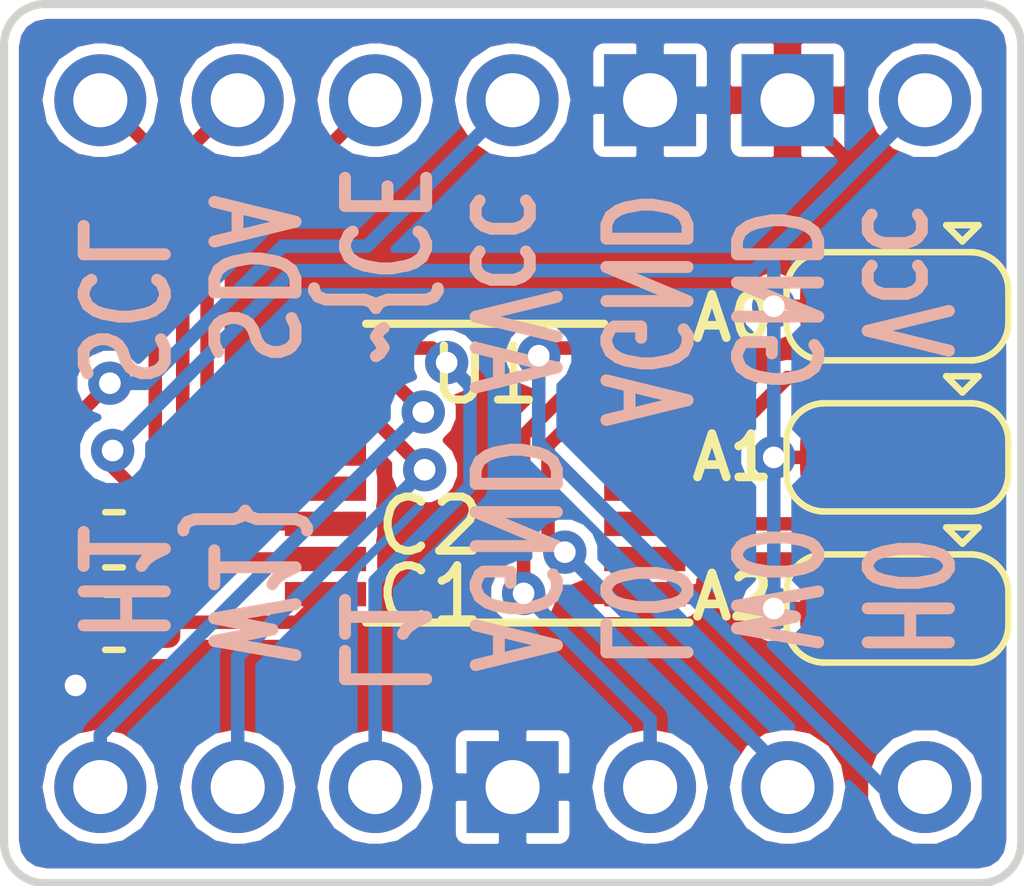
<source format=kicad_pcb>
(kicad_pcb (version 20171130) (host pcbnew 5.0.0)

  (general
    (thickness 1.6)
    (drawings 11)
    (tracks 111)
    (zones 0)
    (modules 8)
    (nets 18)
  )

  (page A4)
  (layers
    (0 F.Cu signal)
    (31 B.Cu signal hide)
    (32 B.Adhes user)
    (33 F.Adhes user)
    (34 B.Paste user)
    (35 F.Paste user)
    (36 B.SilkS user hide)
    (37 F.SilkS user hide)
    (38 B.Mask user)
    (39 F.Mask user)
    (40 Dwgs.User user)
    (41 Cmts.User user)
    (42 Eco1.User user)
    (43 Eco2.User user)
    (44 Edge.Cuts user)
    (45 Margin user)
    (46 B.CrtYd user)
    (47 F.CrtYd user)
    (48 B.Fab user)
    (49 F.Fab user hide)
  )

  (setup
    (last_trace_width 0.16)
    (trace_clearance 0.16)
    (zone_clearance 0.2)
    (zone_45_only no)
    (trace_min 0.16)
    (segment_width 0.2)
    (edge_width 0.15)
    (via_size 0.4)
    (via_drill 0.254)
    (via_min_size 0.4)
    (via_min_drill 0.254)
    (uvia_size 0.3)
    (uvia_drill 0.1)
    (uvias_allowed no)
    (uvia_min_size 0.2)
    (uvia_min_drill 0.1)
    (pcb_text_width 0.3)
    (pcb_text_size 1.5 1.5)
    (mod_edge_width 0.15)
    (mod_text_size 1 1)
    (mod_text_width 0.15)
    (pad_size 1.524 1.524)
    (pad_drill 0.762)
    (pad_to_mask_clearance 0.0508)
    (aux_axis_origin 0 0)
    (visible_elements FFFFFF7F)
    (pcbplotparams
      (layerselection 0x010fc_ffffffff)
      (usegerberextensions false)
      (usegerberattributes false)
      (usegerberadvancedattributes false)
      (creategerberjobfile false)
      (excludeedgelayer true)
      (linewidth 0.100000)
      (plotframeref false)
      (viasonmask false)
      (mode 1)
      (useauxorigin false)
      (hpglpennumber 1)
      (hpglpenspeed 20)
      (hpglpendiameter 15.000000)
      (psnegative false)
      (psa4output false)
      (plotreference true)
      (plotvalue true)
      (plotinvisibletext false)
      (padsonsilk false)
      (subtractmaskfromsilk false)
      (outputformat 1)
      (mirror false)
      (drillshape 0)
      (scaleselection 1)
      (outputdirectory "DS1881E-Breakout"))
  )

  (net 0 "")
  (net 1 /Vcc)
  (net 2 /GND)
  (net 3 /ANAGND)
  (net 4 /ANAVcc)
  (net 5 /SDA)
  (net 6 /SCL)
  (net 7 /H1)
  (net 8 /W1)
  (net 9 /L1)
  (net 10 /L0)
  (net 11 /W0)
  (net 12 /H0)
  (net 13 /~CE)
  (net 14 /A0)
  (net 15 /A1)
  (net 16 /A2)
  (net 17 "Net-(U1-Pad4)")

  (net_class Default "This is the default net class."
    (clearance 0.16)
    (trace_width 0.16)
    (via_dia 0.4)
    (via_drill 0.254)
    (uvia_dia 0.3)
    (uvia_drill 0.1)
    (add_net /A0)
    (add_net /A1)
    (add_net /A2)
    (add_net /ANAGND)
    (add_net /ANAVcc)
    (add_net /GND)
    (add_net /H0)
    (add_net /H1)
    (add_net /L0)
    (add_net /L1)
    (add_net /SCL)
    (add_net /SDA)
    (add_net /Vcc)
    (add_net /W0)
    (add_net /W1)
    (add_net /~CE)
    (add_net "Net-(U1-Pad4)")
  )

  (module Connector_PinHeader_2.54mm:PinHeader_1x07_P2.54mm_Vertical (layer F.Cu) (tedit 5D2291FF) (tstamp 5D243A21)
    (at 33.02 22.86 270)
    (descr "Through hole straight pin header, 1x07, 2.54mm pitch, single row")
    (tags "Through hole pin header THT 1x07 2.54mm single row")
    (path /5D305796)
    (fp_text reference J2 (at 0 -2.33 270) (layer F.SilkS) hide
      (effects (font (size 1 1) (thickness 0.15)))
    )
    (fp_text value Conn_01x07_Male (at 0 17.57 270) (layer F.Fab)
      (effects (font (size 1 1) (thickness 0.15)))
    )
    (fp_line (start -1.8 -1.8) (end -1.8 17.05) (layer F.CrtYd) (width 0.05))
    (fp_line (start -1.8 17.05) (end 1.8 17.05) (layer F.CrtYd) (width 0.05))
    (fp_line (start 1.8 17.05) (end 1.8 -1.8) (layer F.CrtYd) (width 0.05))
    (fp_line (start 1.8 -1.8) (end -1.8 -1.8) (layer F.CrtYd) (width 0.05))
    (fp_text user %R (at 0 7.62) (layer F.Fab)
      (effects (font (size 1 1) (thickness 0.15)))
    )
    (pad 1 thru_hole circle (at 0 0 270) (size 1.7 1.7) (drill 1) (layers *.Cu *.Mask)
      (net 1 /Vcc))
    (pad 2 thru_hole rect (at 0 2.54 270) (size 1.7 1.7) (drill 1) (layers *.Cu *.Mask)
      (net 2 /GND))
    (pad 3 thru_hole rect (at 0 5.08 270) (size 1.7 1.7) (drill 1) (layers *.Cu *.Mask)
      (net 3 /ANAGND))
    (pad 4 thru_hole oval (at 0 7.62 270) (size 1.7 1.7) (drill 1) (layers *.Cu *.Mask)
      (net 4 /ANAVcc))
    (pad 5 thru_hole oval (at 0 10.16 270) (size 1.7 1.7) (drill 1) (layers *.Cu *.Mask)
      (net 13 /~CE))
    (pad 6 thru_hole oval (at 0 12.7 270) (size 1.7 1.7) (drill 1) (layers *.Cu *.Mask)
      (net 5 /SDA))
    (pad 7 thru_hole oval (at 0 15.24 270) (size 1.7 1.7) (drill 1) (layers *.Cu *.Mask)
      (net 6 /SCL))
    (model ${KISYS3DMOD}/Connector_PinHeader_2.54mm.3dshapes/PinHeader_1x07_P2.54mm_Vertical.wrl
      (at (xyz 0 0 0))
      (scale (xyz 1 1 1))
      (rotate (xyz 0 0 0))
    )
  )

  (module Connector_PinHeader_2.54mm:PinHeader_1x07_P2.54mm_Vertical (layer F.Cu) (tedit 5D2291C1) (tstamp 5D243A06)
    (at 33.02 35.56 270)
    (descr "Through hole straight pin header, 1x07, 2.54mm pitch, single row")
    (tags "Through hole pin header THT 1x07 2.54mm single row")
    (path /5D305B05)
    (fp_text reference J1 (at 0 -2.33 270) (layer F.SilkS) hide
      (effects (font (size 1 1) (thickness 0.15)))
    )
    (fp_text value Conn_01x07_Male (at 0 17.57 270) (layer F.Fab)
      (effects (font (size 1 1) (thickness 0.15)))
    )
    (fp_text user %R (at 0 7.62) (layer F.Fab)
      (effects (font (size 1 1) (thickness 0.15)))
    )
    (fp_line (start 1.8 -1.8) (end -1.8 -1.8) (layer F.CrtYd) (width 0.05))
    (fp_line (start 1.8 17.05) (end 1.8 -1.8) (layer F.CrtYd) (width 0.05))
    (fp_line (start -1.8 17.05) (end 1.8 17.05) (layer F.CrtYd) (width 0.05))
    (fp_line (start -1.8 -1.8) (end -1.8 17.05) (layer F.CrtYd) (width 0.05))
    (pad 7 thru_hole oval (at 0 15.24 270) (size 1.7 1.7) (drill 1) (layers *.Cu *.Mask)
      (net 7 /H1))
    (pad 6 thru_hole oval (at 0 12.7 270) (size 1.7 1.7) (drill 1) (layers *.Cu *.Mask)
      (net 8 /W1))
    (pad 5 thru_hole oval (at 0 10.16 270) (size 1.7 1.7) (drill 1) (layers *.Cu *.Mask)
      (net 9 /L1))
    (pad 4 thru_hole rect (at 0 7.62 270) (size 1.7 1.7) (drill 1) (layers *.Cu *.Mask)
      (net 3 /ANAGND))
    (pad 3 thru_hole oval (at 0 5.08 270) (size 1.7 1.7) (drill 1) (layers *.Cu *.Mask)
      (net 10 /L0))
    (pad 2 thru_hole oval (at 0 2.54 270) (size 1.7 1.7) (drill 1) (layers *.Cu *.Mask)
      (net 11 /W0))
    (pad 1 thru_hole circle (at 0 0 270) (size 1.7 1.7) (drill 1) (layers *.Cu *.Mask)
      (net 12 /H0))
    (model ${KISYS3DMOD}/Connector_PinHeader_2.54mm.3dshapes/PinHeader_1x07_P2.54mm_Vertical.wrl
      (at (xyz 0 0 0))
      (scale (xyz 1 1 1))
      (rotate (xyz 0 0 0))
    )
  )

  (module Capacitor_SMD:C_0603_1608Metric (layer F.Cu) (tedit 5D22901F) (tstamp 5D2439DA)
    (at 18.034 32.512 180)
    (descr "Capacitor SMD 0603 (1608 Metric), square (rectangular) end terminal, IPC_7351 nominal, (Body size source: http://www.tortai-tech.com/upload/download/2011102023233369053.pdf), generated with kicad-footprint-generator")
    (tags capacitor)
    (path /5D1C4E25)
    (attr smd)
    (fp_text reference C1 (at -5.842 0.508 180) (layer F.SilkS)
      (effects (font (size 1 1) (thickness 0.15)))
    )
    (fp_text value 1uF (at 0 1.43 180) (layer F.Fab)
      (effects (font (size 1 1) (thickness 0.15)))
    )
    (fp_line (start -0.8 0.4) (end -0.8 -0.4) (layer F.Fab) (width 0.1))
    (fp_line (start -0.8 -0.4) (end 0.8 -0.4) (layer F.Fab) (width 0.1))
    (fp_line (start 0.8 -0.4) (end 0.8 0.4) (layer F.Fab) (width 0.1))
    (fp_line (start 0.8 0.4) (end -0.8 0.4) (layer F.Fab) (width 0.1))
    (fp_line (start -0.162779 -0.51) (end 0.162779 -0.51) (layer F.SilkS) (width 0.12))
    (fp_line (start -0.162779 0.51) (end 0.162779 0.51) (layer F.SilkS) (width 0.12))
    (fp_line (start -1.48 0.73) (end -1.48 -0.73) (layer F.CrtYd) (width 0.05))
    (fp_line (start -1.48 -0.73) (end 1.48 -0.73) (layer F.CrtYd) (width 0.05))
    (fp_line (start 1.48 -0.73) (end 1.48 0.73) (layer F.CrtYd) (width 0.05))
    (fp_line (start 1.48 0.73) (end -1.48 0.73) (layer F.CrtYd) (width 0.05))
    (fp_text user %R (at 0 0 180) (layer F.Fab)
      (effects (font (size 0.4 0.4) (thickness 0.06)))
    )
    (pad 1 smd roundrect (at -0.7875 0 180) (size 0.875 0.95) (layers F.Cu F.Paste F.Mask) (roundrect_rratio 0.25)
      (net 4 /ANAVcc))
    (pad 2 smd roundrect (at 0.7875 0 180) (size 0.875 0.95) (layers F.Cu F.Paste F.Mask) (roundrect_rratio 0.25)
      (net 3 /ANAGND))
    (model ${KISYS3DMOD}/Capacitor_SMD.3dshapes/C_0603_1608Metric.wrl
      (at (xyz 0 0 0))
      (scale (xyz 1 1 1))
      (rotate (xyz 0 0 0))
    )
  )

  (module Capacitor_SMD:C_0603_1608Metric (layer F.Cu) (tedit 5D22901D) (tstamp 5D2439EB)
    (at 18.034 30.988 180)
    (descr "Capacitor SMD 0603 (1608 Metric), square (rectangular) end terminal, IPC_7351 nominal, (Body size source: http://www.tortai-tech.com/upload/download/2011102023233369053.pdf), generated with kicad-footprint-generator")
    (tags capacitor)
    (path /5D1C4E71)
    (attr smd)
    (fp_text reference C2 (at -5.842 0.254 180) (layer F.SilkS)
      (effects (font (size 1 1) (thickness 0.15)))
    )
    (fp_text value 1uF (at 0 1.43 180) (layer F.Fab)
      (effects (font (size 1 1) (thickness 0.15)))
    )
    (fp_text user %R (at 0 0 180) (layer F.Fab)
      (effects (font (size 0.4 0.4) (thickness 0.06)))
    )
    (fp_line (start 1.48 0.73) (end -1.48 0.73) (layer F.CrtYd) (width 0.05))
    (fp_line (start 1.48 -0.73) (end 1.48 0.73) (layer F.CrtYd) (width 0.05))
    (fp_line (start -1.48 -0.73) (end 1.48 -0.73) (layer F.CrtYd) (width 0.05))
    (fp_line (start -1.48 0.73) (end -1.48 -0.73) (layer F.CrtYd) (width 0.05))
    (fp_line (start -0.162779 0.51) (end 0.162779 0.51) (layer F.SilkS) (width 0.12))
    (fp_line (start -0.162779 -0.51) (end 0.162779 -0.51) (layer F.SilkS) (width 0.12))
    (fp_line (start 0.8 0.4) (end -0.8 0.4) (layer F.Fab) (width 0.1))
    (fp_line (start 0.8 -0.4) (end 0.8 0.4) (layer F.Fab) (width 0.1))
    (fp_line (start -0.8 -0.4) (end 0.8 -0.4) (layer F.Fab) (width 0.1))
    (fp_line (start -0.8 0.4) (end -0.8 -0.4) (layer F.Fab) (width 0.1))
    (pad 2 smd roundrect (at 0.7875 0 180) (size 0.875 0.95) (layers F.Cu F.Paste F.Mask) (roundrect_rratio 0.25)
      (net 2 /GND))
    (pad 1 smd roundrect (at -0.7875 0 180) (size 0.875 0.95) (layers F.Cu F.Paste F.Mask) (roundrect_rratio 0.25)
      (net 1 /Vcc))
    (model ${KISYS3DMOD}/Capacitor_SMD.3dshapes/C_0603_1608Metric.wrl
      (at (xyz 0 0 0))
      (scale (xyz 1 1 1))
      (rotate (xyz 0 0 0))
    )
  )

  (module Jumper:SolderJumper-3_P1.3mm_Bridged12_RoundedPad1.0x1.5mm (layer F.Cu) (tedit 5D22921B) (tstamp 5D243A37)
    (at 32.512 26.67 180)
    (descr "SMD Solder 3-pad Jumper, 1x1.5mm rounded Pads, 0.3mm gap, pads 1-2 bridged with 1 copper strip")
    (tags "solder jumper open")
    (path /5D304E20)
    (attr virtual)
    (fp_text reference J3 (at 3.175 0 180) (layer F.SilkS) hide
      (effects (font (size 1 1) (thickness 0.15)))
    )
    (fp_text value Conn_01x03_Male (at 0 1.9 180) (layer F.Fab)
      (effects (font (size 1 1) (thickness 0.15)))
    )
    (fp_arc (start -1.35 -0.3) (end -1.35 -1) (angle -90) (layer F.SilkS) (width 0.12))
    (fp_arc (start -1.35 0.3) (end -2.05 0.3) (angle -90) (layer F.SilkS) (width 0.12))
    (fp_arc (start 1.35 0.3) (end 1.35 1) (angle -90) (layer F.SilkS) (width 0.12))
    (fp_arc (start 1.35 -0.3) (end 2.05 -0.3) (angle -90) (layer F.SilkS) (width 0.12))
    (fp_line (start 2.3 1.25) (end -2.3 1.25) (layer F.CrtYd) (width 0.05))
    (fp_line (start 2.3 1.25) (end 2.3 -1.25) (layer F.CrtYd) (width 0.05))
    (fp_line (start -2.3 -1.25) (end -2.3 1.25) (layer F.CrtYd) (width 0.05))
    (fp_line (start -2.3 -1.25) (end 2.3 -1.25) (layer F.CrtYd) (width 0.05))
    (fp_line (start -1.4 -1) (end 1.4 -1) (layer F.SilkS) (width 0.12))
    (fp_line (start 2.05 -0.3) (end 2.05 0.3) (layer F.SilkS) (width 0.12))
    (fp_line (start 1.4 1) (end -1.4 1) (layer F.SilkS) (width 0.12))
    (fp_line (start -2.05 0.3) (end -2.05 -0.3) (layer F.SilkS) (width 0.12))
    (fp_line (start -1.2 1.2) (end -1.5 1.5) (layer F.SilkS) (width 0.12))
    (fp_line (start -1.5 1.5) (end -0.9 1.5) (layer F.SilkS) (width 0.12))
    (fp_line (start -1.2 1.2) (end -0.9 1.5) (layer F.SilkS) (width 0.12))
    (pad 2 smd rect (at 0 0 180) (size 1 1.5) (layers F.Cu F.Mask)
      (net 14 /A0))
    (pad 3 smd custom (at 1.3 0 180) (size 1 0.5) (layers F.Cu F.Mask)
      (net 1 /Vcc) (zone_connect 0)
      (options (clearance outline) (anchor rect))
      (primitives
        (gr_circle (center 0 0.25) (end 0.5 0.25) (width 0))
        (gr_circle (center 0 -0.25) (end 0.5 -0.25) (width 0))
        (gr_poly (pts
           (xy -0.55 -0.75) (xy 0 -0.75) (xy 0 0.75) (xy -0.55 0.75)) (width 0))
      ))
    (pad 1 smd custom (at -1.3 0 180) (size 1 0.5) (layers F.Cu F.Mask)
      (net 2 /GND) (zone_connect 0)
      (options (clearance outline) (anchor rect))
      (primitives
        (gr_circle (center 0 0.25) (end 0.5 0.25) (width 0))
        (gr_circle (center 0 -0.25) (end 0.5 -0.25) (width 0))
        (gr_poly (pts
           (xy 0.55 -0.75) (xy 0 -0.75) (xy 0 0.75) (xy 0.55 0.75)) (width 0))
        (gr_poly (pts
           (xy 0.4 -0.3) (xy 0.9 -0.3) (xy 0.9 0.3) (xy 0.4 0.3)) (width 0))
      ))
  )

  (module Jumper:SolderJumper-3_P1.3mm_Bridged12_RoundedPad1.0x1.5mm (layer F.Cu) (tedit 5D22921E) (tstamp 5D243A4D)
    (at 32.512 29.464 180)
    (descr "SMD Solder 3-pad Jumper, 1x1.5mm rounded Pads, 0.3mm gap, pads 1-2 bridged with 1 copper strip")
    (tags "solder jumper open")
    (path /5D304CB1)
    (attr virtual)
    (fp_text reference J4 (at 3.048 0 180) (layer F.SilkS) hide
      (effects (font (size 1 1) (thickness 0.15)))
    )
    (fp_text value Conn_01x03_Male (at 0 1.9 180) (layer F.Fab)
      (effects (font (size 1 1) (thickness 0.15)))
    )
    (fp_line (start -1.2 1.2) (end -0.9 1.5) (layer F.SilkS) (width 0.12))
    (fp_line (start -1.5 1.5) (end -0.9 1.5) (layer F.SilkS) (width 0.12))
    (fp_line (start -1.2 1.2) (end -1.5 1.5) (layer F.SilkS) (width 0.12))
    (fp_line (start -2.05 0.3) (end -2.05 -0.3) (layer F.SilkS) (width 0.12))
    (fp_line (start 1.4 1) (end -1.4 1) (layer F.SilkS) (width 0.12))
    (fp_line (start 2.05 -0.3) (end 2.05 0.3) (layer F.SilkS) (width 0.12))
    (fp_line (start -1.4 -1) (end 1.4 -1) (layer F.SilkS) (width 0.12))
    (fp_line (start -2.3 -1.25) (end 2.3 -1.25) (layer F.CrtYd) (width 0.05))
    (fp_line (start -2.3 -1.25) (end -2.3 1.25) (layer F.CrtYd) (width 0.05))
    (fp_line (start 2.3 1.25) (end 2.3 -1.25) (layer F.CrtYd) (width 0.05))
    (fp_line (start 2.3 1.25) (end -2.3 1.25) (layer F.CrtYd) (width 0.05))
    (fp_arc (start 1.35 -0.3) (end 2.05 -0.3) (angle -90) (layer F.SilkS) (width 0.12))
    (fp_arc (start 1.35 0.3) (end 1.35 1) (angle -90) (layer F.SilkS) (width 0.12))
    (fp_arc (start -1.35 0.3) (end -2.05 0.3) (angle -90) (layer F.SilkS) (width 0.12))
    (fp_arc (start -1.35 -0.3) (end -1.35 -1) (angle -90) (layer F.SilkS) (width 0.12))
    (pad 1 smd custom (at -1.3 0 180) (size 1 0.5) (layers F.Cu F.Mask)
      (net 2 /GND) (zone_connect 0)
      (options (clearance outline) (anchor rect))
      (primitives
        (gr_circle (center 0 0.25) (end 0.5 0.25) (width 0))
        (gr_circle (center 0 -0.25) (end 0.5 -0.25) (width 0))
        (gr_poly (pts
           (xy 0.55 -0.75) (xy 0 -0.75) (xy 0 0.75) (xy 0.55 0.75)) (width 0))
        (gr_poly (pts
           (xy 0.4 -0.3) (xy 0.9 -0.3) (xy 0.9 0.3) (xy 0.4 0.3)) (width 0))
      ))
    (pad 3 smd custom (at 1.3 0 180) (size 1 0.5) (layers F.Cu F.Mask)
      (net 1 /Vcc) (zone_connect 0)
      (options (clearance outline) (anchor rect))
      (primitives
        (gr_circle (center 0 0.25) (end 0.5 0.25) (width 0))
        (gr_circle (center 0 -0.25) (end 0.5 -0.25) (width 0))
        (gr_poly (pts
           (xy -0.55 -0.75) (xy 0 -0.75) (xy 0 0.75) (xy -0.55 0.75)) (width 0))
      ))
    (pad 2 smd rect (at 0 0 180) (size 1 1.5) (layers F.Cu F.Mask)
      (net 15 /A1))
  )

  (module Jumper:SolderJumper-3_P1.3mm_Bridged12_RoundedPad1.0x1.5mm (layer F.Cu) (tedit 5D229221) (tstamp 5D243A63)
    (at 32.512 32.258 180)
    (descr "SMD Solder 3-pad Jumper, 1x1.5mm rounded Pads, 0.3mm gap, pads 1-2 bridged with 1 copper strip")
    (tags "solder jumper open")
    (path /5D304DDC)
    (attr virtual)
    (fp_text reference J5 (at 3.429 0.127 180) (layer F.SilkS) hide
      (effects (font (size 1 1) (thickness 0.15)))
    )
    (fp_text value Conn_01x03_Male (at 0 1.9 180) (layer F.Fab)
      (effects (font (size 1 1) (thickness 0.15)))
    )
    (fp_arc (start -1.35 -0.3) (end -1.35 -1) (angle -90) (layer F.SilkS) (width 0.12))
    (fp_arc (start -1.35 0.3) (end -2.05 0.3) (angle -90) (layer F.SilkS) (width 0.12))
    (fp_arc (start 1.35 0.3) (end 1.35 1) (angle -90) (layer F.SilkS) (width 0.12))
    (fp_arc (start 1.35 -0.3) (end 2.05 -0.3) (angle -90) (layer F.SilkS) (width 0.12))
    (fp_line (start 2.3 1.25) (end -2.3 1.25) (layer F.CrtYd) (width 0.05))
    (fp_line (start 2.3 1.25) (end 2.3 -1.25) (layer F.CrtYd) (width 0.05))
    (fp_line (start -2.3 -1.25) (end -2.3 1.25) (layer F.CrtYd) (width 0.05))
    (fp_line (start -2.3 -1.25) (end 2.3 -1.25) (layer F.CrtYd) (width 0.05))
    (fp_line (start -1.4 -1) (end 1.4 -1) (layer F.SilkS) (width 0.12))
    (fp_line (start 2.05 -0.3) (end 2.05 0.3) (layer F.SilkS) (width 0.12))
    (fp_line (start 1.4 1) (end -1.4 1) (layer F.SilkS) (width 0.12))
    (fp_line (start -2.05 0.3) (end -2.05 -0.3) (layer F.SilkS) (width 0.12))
    (fp_line (start -1.2 1.2) (end -1.5 1.5) (layer F.SilkS) (width 0.12))
    (fp_line (start -1.5 1.5) (end -0.9 1.5) (layer F.SilkS) (width 0.12))
    (fp_line (start -1.2 1.2) (end -0.9 1.5) (layer F.SilkS) (width 0.12))
    (pad 2 smd rect (at 0 0 180) (size 1 1.5) (layers F.Cu F.Mask)
      (net 16 /A2))
    (pad 3 smd custom (at 1.3 0 180) (size 1 0.5) (layers F.Cu F.Mask)
      (net 1 /Vcc) (zone_connect 0)
      (options (clearance outline) (anchor rect))
      (primitives
        (gr_circle (center 0 0.25) (end 0.5 0.25) (width 0))
        (gr_circle (center 0 -0.25) (end 0.5 -0.25) (width 0))
        (gr_poly (pts
           (xy -0.55 -0.75) (xy 0 -0.75) (xy 0 0.75) (xy -0.55 0.75)) (width 0))
      ))
    (pad 1 smd custom (at -1.3 0 180) (size 1 0.5) (layers F.Cu F.Mask)
      (net 2 /GND) (zone_connect 0)
      (options (clearance outline) (anchor rect))
      (primitives
        (gr_circle (center 0 0.25) (end 0.5 0.25) (width 0))
        (gr_circle (center 0 -0.25) (end 0.5 -0.25) (width 0))
        (gr_poly (pts
           (xy 0.55 -0.75) (xy 0 -0.75) (xy 0 0.75) (xy 0.55 0.75)) (width 0))
        (gr_poly (pts
           (xy 0.4 -0.3) (xy 0.9 -0.3) (xy 0.9 0.3) (xy 0.4 0.3)) (width 0))
      ))
  )

  (module Package_SO:TSSOP-16_4.4x5mm_P0.65mm (layer F.Cu) (tedit 5D229019) (tstamp 5D243A83)
    (at 24.892 29.718 180)
    (descr "16-Lead Plastic Thin Shrink Small Outline (ST)-4.4 mm Body [TSSOP] (see Microchip Packaging Specification 00000049BS.pdf)")
    (tags "SSOP 0.65")
    (path /5D25C00E)
    (attr smd)
    (fp_text reference U1 (at 0 1.778 180) (layer F.SilkS)
      (effects (font (size 1 1) (thickness 0.15)))
    )
    (fp_text value DS1881E-050+ (at 0 3.55 180) (layer F.Fab)
      (effects (font (size 1 1) (thickness 0.15)))
    )
    (fp_line (start -1.2 -2.5) (end 2.2 -2.5) (layer F.Fab) (width 0.15))
    (fp_line (start 2.2 -2.5) (end 2.2 2.5) (layer F.Fab) (width 0.15))
    (fp_line (start 2.2 2.5) (end -2.2 2.5) (layer F.Fab) (width 0.15))
    (fp_line (start -2.2 2.5) (end -2.2 -1.5) (layer F.Fab) (width 0.15))
    (fp_line (start -2.2 -1.5) (end -1.2 -2.5) (layer F.Fab) (width 0.15))
    (fp_line (start -3.95 -2.9) (end -3.95 2.8) (layer F.CrtYd) (width 0.05))
    (fp_line (start 3.95 -2.9) (end 3.95 2.8) (layer F.CrtYd) (width 0.05))
    (fp_line (start -3.95 -2.9) (end 3.95 -2.9) (layer F.CrtYd) (width 0.05))
    (fp_line (start -3.95 2.8) (end 3.95 2.8) (layer F.CrtYd) (width 0.05))
    (fp_line (start -2.2 2.725) (end 2.2 2.725) (layer F.SilkS) (width 0.15))
    (fp_line (start -3.775 -2.8) (end 2.2 -2.8) (layer F.SilkS) (width 0.15))
    (fp_text user %R (at 0 0 180) (layer F.Fab)
      (effects (font (size 0.8 0.8) (thickness 0.15)))
    )
    (pad 1 smd rect (at -2.95 -2.275 180) (size 1.5 0.45) (layers F.Cu F.Paste F.Mask)
      (net 2 /GND))
    (pad 2 smd rect (at -2.95 -1.625 180) (size 1.5 0.45) (layers F.Cu F.Paste F.Mask)
      (net 16 /A2))
    (pad 3 smd rect (at -2.95 -0.975 180) (size 1.5 0.45) (layers F.Cu F.Paste F.Mask)
      (net 15 /A1))
    (pad 4 smd rect (at -2.95 -0.325 180) (size 1.5 0.45) (layers F.Cu F.Paste F.Mask)
      (net 17 "Net-(U1-Pad4)"))
    (pad 5 smd rect (at -2.95 0.325 180) (size 1.5 0.45) (layers F.Cu F.Paste F.Mask)
      (net 14 /A0))
    (pad 6 smd rect (at -2.95 0.975 180) (size 1.5 0.45) (layers F.Cu F.Paste F.Mask)
      (net 11 /W0))
    (pad 7 smd rect (at -2.95 1.625 180) (size 1.5 0.45) (layers F.Cu F.Paste F.Mask)
      (net 10 /L0))
    (pad 8 smd rect (at -2.95 2.275 180) (size 1.5 0.45) (layers F.Cu F.Paste F.Mask)
      (net 12 /H0))
    (pad 9 smd rect (at 2.95 2.275 180) (size 1.5 0.45) (layers F.Cu F.Paste F.Mask)
      (net 9 /L1))
    (pad 10 smd rect (at 2.95 1.625 180) (size 1.5 0.45) (layers F.Cu F.Paste F.Mask)
      (net 7 /H1))
    (pad 11 smd rect (at 2.95 0.975 180) (size 1.5 0.45) (layers F.Cu F.Paste F.Mask)
      (net 8 /W1))
    (pad 12 smd rect (at 2.95 0.325 180) (size 1.5 0.45) (layers F.Cu F.Paste F.Mask)
      (net 13 /~CE))
    (pad 13 smd rect (at 2.95 -0.325 180) (size 1.5 0.45) (layers F.Cu F.Paste F.Mask)
      (net 5 /SDA))
    (pad 14 smd rect (at 2.95 -0.975 180) (size 1.5 0.45) (layers F.Cu F.Paste F.Mask)
      (net 6 /SCL))
    (pad 15 smd rect (at 2.95 -1.625 180) (size 1.5 0.45) (layers F.Cu F.Paste F.Mask)
      (net 1 /Vcc))
    (pad 16 smd rect (at 2.95 -2.275 180) (size 1.5 0.45) (layers F.Cu F.Paste F.Mask)
      (net 4 /ANAVcc))
    (model ${KISYS3DMOD}/Package_SO.3dshapes/TSSOP-16_4.4x5mm_P0.65mm.wrl
      (at (xyz 0 0 0))
      (scale (xyz 1 1 1))
      (rotate (xyz 0 0 0))
    )
  )

  (gr_text DS1881E-050+ (at 28.1686 24.9428) (layer F.Mask)
    (effects (font (size 1 1) (thickness 0.2)))
  )
  (gr_text "H0    Vcc\nW0   GND\nL0   AGND\nAGND AVcc\nL1     ~CE\nW1   SDA\nH1   SCL" (at 25.4 28.956 270) (layer B.SilkS)
    (effects (font (size 1.5 1.1) (thickness 0.22)) (justify mirror))
  )
  (gr_text "A0\n\nA1\n\nA2" (at 29.464 29.464) (layer F.SilkS)
    (effects (font (size 0.8 0.8) (thickness 0.16)))
  )
  (gr_line (start 16.002 36.576) (end 16.002 21.844) (angle 90) (layer Edge.Cuts) (width 0.15))
  (gr_line (start 34.036 37.338) (end 16.764 37.338) (angle 90) (layer Edge.Cuts) (width 0.15))
  (gr_line (start 34.798 21.844) (end 34.798 36.576) (angle 90) (layer Edge.Cuts) (width 0.15))
  (gr_line (start 16.764 21.082) (end 34.036 21.082) (angle 90) (layer Edge.Cuts) (width 0.15))
  (gr_arc (start 16.764 21.844) (end 16.002 21.844) (angle 90) (layer Edge.Cuts) (width 0.15))
  (gr_arc (start 34.036 21.844) (end 34.036 21.082) (angle 90) (layer Edge.Cuts) (width 0.15))
  (gr_arc (start 16.764 36.576) (end 16.764 37.338) (angle 90) (layer Edge.Cuts) (width 0.15))
  (gr_arc (start 34.036 36.576) (end 34.798 36.576) (angle 90) (layer Edge.Cuts) (width 0.15))

  (segment (start 21.942 31.343) (end 19.1765 31.343) (width 0.25) (layer F.Cu) (net 1) (status C00000))
  (segment (start 19.1765 31.343) (end 18.8215 30.988) (width 0.25) (layer F.Cu) (net 1) (tstamp 5D2521A0) (status C00000))
  (segment (start 18.8215 30.988) (end 18.8215 30.4547) (width 0.25) (layer F.Cu) (net 1) (status 400000))
  (segment (start 18.8215 30.4547) (end 18.0086 29.6418) (width 0.25) (layer F.Cu) (net 1) (tstamp 5D252289))
  (segment (start 18.0086 29.6418) (end 18.0086 29.337) (width 0.25) (layer F.Cu) (net 1) (tstamp 5D25228A))
  (via (at 18.0086 29.337) (size 0.8) (drill 0.4) (layers F.Cu B.Cu) (net 1))
  (segment (start 18.0086 29.337) (end 21.336 26.0096) (width 0.25) (layer B.Cu) (net 1) (tstamp 5D25228C))
  (segment (start 21.336 26.0096) (end 29.8704 26.0096) (width 0.25) (layer B.Cu) (net 1) (tstamp 5D25228D))
  (segment (start 29.8704 26.0096) (end 30.099 25.781) (width 0.25) (layer B.Cu) (net 1) (tstamp 5D25228F))
  (segment (start 30.099 25.781) (end 33.02 22.86) (width 0.25) (layer B.Cu) (net 1) (tstamp 5D25299E) (status 800000))
  (segment (start 31.212 32.258) (end 30.226 32.258) (width 0.25) (layer F.Cu) (net 1) (status 400000))
  (segment (start 30.226 32.258) (end 30.226 29.464) (width 0.25) (layer B.Cu) (net 1))
  (via (at 30.226 32.258) (size 0.8) (drill 0.4) (layers F.Cu B.Cu) (net 1))
  (segment (start 31.212 29.464) (end 30.226 29.464) (width 0.25) (layer F.Cu) (net 1) (status 400000))
  (via (at 30.226 29.464) (size 0.8) (drill 0.4) (layers F.Cu B.Cu) (net 1))
  (segment (start 31.212 26.67) (end 30.226 26.67) (width 0.25) (layer F.Cu) (net 1) (status 400000))
  (via (at 30.226 26.67) (size 0.8) (drill 0.4) (layers F.Cu B.Cu) (net 1))
  (segment (start 30.226 29.464) (end 30.226 26.67) (width 0.25) (layer B.Cu) (net 1) (tstamp 5D252998))
  (segment (start 30.226 26.67) (end 30.226 25.908) (width 0.25) (layer B.Cu) (net 1))
  (segment (start 30.226 25.908) (end 30.099 25.781) (width 0.25) (layer B.Cu) (net 1) (tstamp 5D25299B))
  (segment (start 33.812 32.258) (end 33.812 29.464) (width 0.25) (layer F.Cu) (net 2) (status C00000))
  (segment (start 33.812 29.464) (end 33.812 26.67) (width 0.25) (layer F.Cu) (net 2) (tstamp 5D252992) (status C00000))
  (segment (start 33.812 26.67) (end 33.4264 26.2844) (width 0.25) (layer F.Cu) (net 2) (tstamp 5D252993) (status C00000))
  (segment (start 33.4264 26.2844) (end 33.4264 25.8064) (width 0.25) (layer F.Cu) (net 2) (tstamp 5D252994) (status 400000))
  (segment (start 33.4264 25.8064) (end 30.48 22.86) (width 0.25) (layer F.Cu) (net 2) (tstamp 5D252995) (status 800000))
  (segment (start 17.2465 32.512) (end 17.2465 33.6041) (width 0.25) (layer F.Cu) (net 3) (status 400000))
  (via (at 17.3228 33.6804) (size 0.8) (drill 0.4) (layers F.Cu B.Cu) (net 3))
  (segment (start 17.2465 33.6041) (end 17.3228 33.6804) (width 0.25) (layer F.Cu) (net 3) (tstamp 5D25229B))
  (segment (start 18.8215 32.512) (end 21.423 32.512) (width 0.25) (layer F.Cu) (net 4) (status 400000))
  (segment (start 21.423 32.512) (end 21.942 31.993) (width 0.25) (layer F.Cu) (net 4) (tstamp 5D25219D) (status 800000))
  (segment (start 18.8215 32.512) (end 18.8214 32.512) (width 0.25) (layer F.Cu) (net 4) (status C00000))
  (segment (start 18.034 31.7246) (end 18.034 30.48) (width 0.25) (layer F.Cu) (net 4) (tstamp 5D252283))
  (segment (start 18.8215 32.512) (end 18.8214 32.512) (width 0.25) (layer F.Cu) (net 4) (status C00000))
  (segment (start 18.8214 32.512) (end 18.034 31.7246) (width 0.25) (layer F.Cu) (net 4) (tstamp 5D2522CB) (status 400000))
  (segment (start 18.034 31.7246) (end 18.034 30.48) (width 0.25) (layer F.Cu) (net 4) (tstamp 5D2522CC))
  (segment (start 18.034 30.48) (end 17.272 29.718) (width 0.25) (layer F.Cu) (net 4) (tstamp 5D2522CD))
  (segment (start 17.272 29.718) (end 17.272 28.7782) (width 0.25) (layer F.Cu) (net 4) (tstamp 5D2522CE))
  (segment (start 17.272 28.7782) (end 17.9578 28.0924) (width 0.25) (layer F.Cu) (net 4) (tstamp 5D2522CF))
  (via (at 17.9578 28.0924) (size 0.8) (drill 0.4) (layers F.Cu B.Cu) (net 4))
  (segment (start 17.9578 28.0924) (end 18.616802 28.0924) (width 0.25) (layer B.Cu) (net 4))
  (segment (start 25.4 22.86) (end 25.4 22.867198) (width 0.25) (layer B.Cu) (net 4) (status C00000))
  (segment (start 21.149604 25.559598) (end 18.616802 28.0924) (width 0.25) (layer B.Cu) (net 4) (tstamp 5D2522E8))
  (segment (start 22.7076 25.559598) (end 21.149604 25.559598) (width 0.25) (layer B.Cu) (net 4) (tstamp 5D2522E7))
  (segment (start 25.4 22.867198) (end 22.7076 25.559598) (width 0.25) (layer B.Cu) (net 4) (tstamp 5D2522E6) (status 400000))
  (segment (start 18.616802 28.0924) (end 17.9578 28.0924) (width 0.25) (layer B.Cu) (net 4) (tstamp 5D2522E9))
  (segment (start 21.942 30.043) (end 20.137 30.043) (width 0.25) (layer F.Cu) (net 5) (status 400000))
  (segment (start 19.304 23.876) (end 20.32 22.86) (width 0.25) (layer F.Cu) (net 5) (tstamp 5D252211) (status 800000))
  (segment (start 19.304 29.21) (end 19.304 23.876) (width 0.25) (layer F.Cu) (net 5) (tstamp 5D252210))
  (segment (start 20.137 30.043) (end 19.304 29.21) (width 0.25) (layer F.Cu) (net 5) (tstamp 5D25220F))
  (segment (start 21.942 30.693) (end 20.025 30.693) (width 0.25) (layer F.Cu) (net 6) (status 400000))
  (segment (start 20.025 30.693) (end 18.796 29.464) (width 0.25) (layer F.Cu) (net 6) (tstamp 5D252209))
  (segment (start 17.78 22.86) (end 17.837998 22.86) (width 0.25) (layer F.Cu) (net 6) (status C00000))
  (segment (start 18.796 23.818002) (end 18.796 29.464) (width 0.25) (layer F.Cu) (net 6) (tstamp 5D252216))
  (segment (start 17.837998 22.86) (end 18.796 23.818002) (width 0.25) (layer F.Cu) (net 6) (tstamp 5D252215) (status 400000))
  (segment (start 17.78 35.56) (end 17.78 34.5948) (width 0.25) (layer B.Cu) (net 7) (status 400000))
  (segment (start 23.2162 28.093) (end 21.942 28.093) (width 0.25) (layer F.Cu) (net 7) (tstamp 5D25224E) (status 800000))
  (segment (start 23.749 28.6258) (end 23.2162 28.093) (width 0.25) (layer F.Cu) (net 7) (tstamp 5D25224D))
  (via (at 23.749 28.6258) (size 0.8) (drill 0.4) (layers F.Cu B.Cu) (net 7))
  (segment (start 17.78 34.5948) (end 23.749 28.6258) (width 0.25) (layer B.Cu) (net 7) (tstamp 5D25224B))
  (segment (start 21.942 28.743) (end 22.8248 28.743) (width 0.25) (layer F.Cu) (net 8) (status 400000))
  (segment (start 20.32 33.147) (end 20.32 35.56) (width 0.25) (layer B.Cu) (net 8) (tstamp 5D252247) (status 800000))
  (segment (start 23.7744 29.6926) (end 20.32 33.147) (width 0.25) (layer B.Cu) (net 8) (tstamp 5D252246))
  (via (at 23.7744 29.6926) (size 0.8) (drill 0.4) (layers F.Cu B.Cu) (net 8))
  (segment (start 22.8248 28.743) (end 23.7744 29.6926) (width 0.25) (layer F.Cu) (net 8) (tstamp 5D252244))
  (segment (start 22.86 35.56) (end 22.86 31.75) (width 0.25) (layer B.Cu) (net 9) (status 400000))
  (segment (start 23.9124 27.443) (end 21.942 27.443) (width 0.25) (layer F.Cu) (net 9) (tstamp 5D25223B) (status 800000))
  (segment (start 24.1808 27.7114) (end 23.9124 27.443) (width 0.25) (layer F.Cu) (net 9) (tstamp 5D25223A))
  (via (at 24.1808 27.7114) (size 0.8) (drill 0.4) (layers F.Cu B.Cu) (net 9))
  (segment (start 24.6126 28.1432) (end 24.1808 27.7114) (width 0.25) (layer B.Cu) (net 9) (tstamp 5D252238))
  (segment (start 24.6126 29.9974) (end 24.6126 28.1432) (width 0.25) (layer B.Cu) (net 9) (tstamp 5D252236))
  (segment (start 22.86 31.75) (end 24.6126 29.9974) (width 0.25) (layer B.Cu) (net 9) (tstamp 5D252234))
  (segment (start 27.842 28.093) (end 26.5678 28.093) (width 0.25) (layer F.Cu) (net 10) (status 400000))
  (segment (start 27.94 34.3154) (end 27.94 35.56) (width 0.25) (layer B.Cu) (net 10) (tstamp 5D252972) (status 800000))
  (segment (start 25.6032 31.9786) (end 27.94 34.3154) (width 0.25) (layer B.Cu) (net 10) (tstamp 5D252971))
  (via (at 25.6032 31.9786) (size 0.8) (drill 0.4) (layers F.Cu B.Cu) (net 10))
  (segment (start 25.6032 29.0576) (end 25.6032 31.9786) (width 0.25) (layer F.Cu) (net 10) (tstamp 5D25296F))
  (segment (start 26.5678 28.093) (end 25.6032 29.0576) (width 0.25) (layer F.Cu) (net 10) (tstamp 5D25296E))
  (segment (start 30.48 35.56) (end 30.48 35.3314) (width 0.25) (layer B.Cu) (net 11) (status C00000))
  (segment (start 26.554198 28.743) (end 27.842 28.743) (width 0.25) (layer F.Cu) (net 11) (tstamp 5D25297B) (status 800000))
  (segment (start 26.053202 29.243996) (end 26.554198 28.743) (width 0.25) (layer F.Cu) (net 11) (tstamp 5D25297A))
  (segment (start 26.053202 30.904602) (end 26.053202 29.243996) (width 0.25) (layer F.Cu) (net 11) (tstamp 5D252979))
  (segment (start 26.3652 31.2166) (end 26.053202 30.904602) (width 0.25) (layer F.Cu) (net 11) (tstamp 5D252978))
  (via (at 26.3652 31.2166) (size 0.8) (drill 0.4) (layers F.Cu B.Cu) (net 11))
  (segment (start 30.48 35.3314) (end 26.3652 31.2166) (width 0.25) (layer B.Cu) (net 11) (tstamp 5D252976) (status 400000))
  (segment (start 33.02 35.56) (end 32.2326 35.56) (width 0.25) (layer B.Cu) (net 12) (status C00000))
  (segment (start 26.024 27.443) (end 27.842 27.443) (width 0.25) (layer F.Cu) (net 12) (tstamp 5D252987) (status 800000))
  (segment (start 25.8826 27.5844) (end 26.024 27.443) (width 0.25) (layer F.Cu) (net 12) (tstamp 5D252986))
  (via (at 25.8826 27.5844) (size 0.8) (drill 0.4) (layers F.Cu B.Cu) (net 12))
  (segment (start 25.8826 29.21) (end 25.8826 27.5844) (width 0.25) (layer B.Cu) (net 12) (tstamp 5D252983))
  (segment (start 32.2326 35.56) (end 25.8826 29.21) (width 0.25) (layer B.Cu) (net 12) (tstamp 5D252982) (status 400000))
  (segment (start 21.942 29.393) (end 20.249 29.393) (width 0.25) (layer F.Cu) (net 13) (status 400000))
  (segment (start 21.336 24.384) (end 22.86 22.86) (width 0.25) (layer F.Cu) (net 13) (tstamp 5D25221F) (status 800000))
  (segment (start 20.574 24.384) (end 21.336 24.384) (width 0.25) (layer F.Cu) (net 13) (tstamp 5D25221E))
  (segment (start 19.754002 25.203998) (end 20.574 24.384) (width 0.25) (layer F.Cu) (net 13) (tstamp 5D25221D))
  (segment (start 19.754002 28.898002) (end 19.754002 25.203998) (width 0.25) (layer F.Cu) (net 13) (tstamp 5D25221C))
  (segment (start 20.249 29.393) (end 19.754002 28.898002) (width 0.25) (layer F.Cu) (net 13) (tstamp 5D25221B))
  (segment (start 27.842 29.393) (end 29.0778 29.393) (width 0.25) (layer F.Cu) (net 14) (status 400000))
  (segment (start 32.512 27.432) (end 32.512 26.67) (width 0.25) (layer F.Cu) (net 14) (tstamp 5D25298F) (status 800000))
  (segment (start 31.9532 27.9908) (end 32.512 27.432) (width 0.25) (layer F.Cu) (net 14) (tstamp 5D25298E))
  (segment (start 30.48 27.9908) (end 31.9532 27.9908) (width 0.25) (layer F.Cu) (net 14) (tstamp 5D25298C))
  (segment (start 29.0778 29.393) (end 30.48 27.9908) (width 0.25) (layer F.Cu) (net 14) (tstamp 5D25298A))
  (segment (start 27.842 30.693) (end 30.775 30.693) (width 0.25) (layer F.Cu) (net 15) (status 400000))
  (segment (start 32.512 30.0482) (end 32.512 29.464) (width 0.25) (layer F.Cu) (net 15) (tstamp 5D25296B) (status C00000))
  (segment (start 31.9786 30.5816) (end 32.512 30.0482) (width 0.25) (layer F.Cu) (net 15) (tstamp 5D25296A) (status 800000))
  (segment (start 30.8864 30.5816) (end 31.9786 30.5816) (width 0.25) (layer F.Cu) (net 15) (tstamp 5D252969))
  (segment (start 30.775 30.693) (end 30.8864 30.5816) (width 0.25) (layer F.Cu) (net 15) (tstamp 5D252968))
  (segment (start 27.842 31.343) (end 30.633 31.343) (width 0.25) (layer F.Cu) (net 16) (status 400000))
  (segment (start 32.512 31.6738) (end 32.512 32.258) (width 0.25) (layer F.Cu) (net 16) (tstamp 5D252965) (status C00000))
  (segment (start 31.9786 31.1404) (end 32.512 31.6738) (width 0.25) (layer F.Cu) (net 16) (tstamp 5D252964) (status 800000))
  (segment (start 30.8356 31.1404) (end 31.9786 31.1404) (width 0.25) (layer F.Cu) (net 16) (tstamp 5D252963))
  (segment (start 30.633 31.343) (end 30.8356 31.1404) (width 0.25) (layer F.Cu) (net 16) (tstamp 5D252962))

  (zone (net 2) (net_name /GND) (layer F.Cu) (tstamp 5D2529CE) (hatch edge 0.508)
    (connect_pads (clearance 0.2))
    (min_thickness 0.14)
    (fill yes (arc_segments 16) (thermal_gap 0.2) (thermal_bridge_width 0.508))
    (polygon
      (pts
        (xy 34.7726 37.3126) (xy 34.798 21.1074) (xy 16.002 21.1074) (xy 16.002 37.338)
      )
    )
    (filled_polygon
      (pts
        (xy 34.192992 21.464987) (xy 34.326084 21.553916) (xy 34.415013 21.687008) (xy 34.453 21.87798) (xy 34.453 25.988173)
        (xy 34.4274 25.94986) (xy 34.393164 25.908144) (xy 34.323856 25.838836) (xy 34.28214 25.8046) (xy 34.200641 25.750144)
        (xy 34.153046 25.724704) (xy 34.06249 25.687195) (xy 34.010848 25.67153) (xy 33.914715 25.652408) (xy 33.861009 25.647118)
        (xy 33.824106 25.647118) (xy 33.812 25.64471) (xy 33.262 25.64471) (xy 33.156651 25.665665) (xy 33.136999 25.678796)
        (xy 33.117349 25.665666) (xy 33.012 25.644711) (xy 32.012 25.644711) (xy 31.906651 25.665666) (xy 31.887001 25.678796)
        (xy 31.867349 25.665665) (xy 31.762 25.64471) (xy 31.212 25.64471) (xy 31.199894 25.647118) (xy 31.162991 25.647118)
        (xy 31.109285 25.652408) (xy 31.013152 25.67153) (xy 30.96151 25.687195) (xy 30.870954 25.724704) (xy 30.823359 25.750144)
        (xy 30.74186 25.8046) (xy 30.700144 25.838836) (xy 30.630836 25.908144) (xy 30.5966 25.94986) (xy 30.542144 26.031359)
        (xy 30.522718 26.067702) (xy 30.359271 26) (xy 30.092729 26) (xy 29.846476 26.102001) (xy 29.658001 26.290476)
        (xy 29.556 26.536729) (xy 29.556 26.803271) (xy 29.658001 27.049524) (xy 29.846476 27.237999) (xy 30.092729 27.34)
        (xy 30.359271 27.34) (xy 30.522718 27.272298) (xy 30.542144 27.308641) (xy 30.5966 27.39014) (xy 30.630836 27.431856)
        (xy 30.700144 27.501164) (xy 30.74186 27.5354) (xy 30.823359 27.589856) (xy 30.834479 27.5958) (xy 30.518899 27.5958)
        (xy 30.479999 27.588062) (xy 30.441099 27.5958) (xy 30.325879 27.618719) (xy 30.195221 27.706021) (xy 30.173186 27.738999)
        (xy 28.914186 28.998) (xy 28.861322 28.998) (xy 28.867289 28.968) (xy 28.867289 28.518) (xy 28.847398 28.418)
        (xy 28.867289 28.318) (xy 28.867289 27.868) (xy 28.847398 27.768) (xy 28.867289 27.668) (xy 28.867289 27.218)
        (xy 28.846334 27.112651) (xy 28.786659 27.023341) (xy 28.697349 26.963666) (xy 28.592 26.942711) (xy 27.092 26.942711)
        (xy 26.986651 26.963666) (xy 26.897341 27.023341) (xy 26.880864 27.048) (xy 26.293723 27.048) (xy 26.262124 27.016401)
        (xy 26.015871 26.9144) (xy 25.749329 26.9144) (xy 25.503076 27.016401) (xy 25.314601 27.204876) (xy 25.2126 27.451129)
        (xy 25.2126 27.717671) (xy 25.314601 27.963924) (xy 25.503076 28.152399) (xy 25.749329 28.2544) (xy 25.847785 28.2544)
        (xy 25.351402 28.750784) (xy 25.318421 28.772821) (xy 25.236116 28.896001) (xy 25.231119 28.90348) (xy 25.200462 29.0576)
        (xy 25.2082 29.096501) (xy 25.208201 31.426076) (xy 25.035201 31.599076) (xy 24.9332 31.845329) (xy 24.9332 32.111871)
        (xy 25.035201 32.358124) (xy 25.223676 32.546599) (xy 25.469929 32.6486) (xy 25.736471 32.6486) (xy 25.982724 32.546599)
        (xy 26.171199 32.358124) (xy 26.247879 32.173) (xy 26.822 32.173) (xy 26.822 32.271707) (xy 26.863105 32.370943)
        (xy 26.939058 32.446895) (xy 27.038294 32.488) (xy 27.5905 32.488) (xy 27.658 32.4205) (xy 27.658 32.1055)
        (xy 28.026 32.1055) (xy 28.026 32.4205) (xy 28.0935 32.488) (xy 28.645706 32.488) (xy 28.744942 32.446895)
        (xy 28.820895 32.370943) (xy 28.862 32.271707) (xy 28.862 32.173) (xy 28.7945 32.1055) (xy 28.026 32.1055)
        (xy 27.658 32.1055) (xy 26.8895 32.1055) (xy 26.822 32.173) (xy 26.247879 32.173) (xy 26.2732 32.111871)
        (xy 26.2732 31.8866) (xy 26.498471 31.8866) (xy 26.744724 31.784599) (xy 26.826929 31.702394) (xy 26.822 31.714293)
        (xy 26.822 31.813) (xy 26.8895 31.8805) (xy 27.658 31.8805) (xy 27.658 31.843289) (xy 28.026 31.843289)
        (xy 28.026 31.8805) (xy 28.7945 31.8805) (xy 28.862 31.813) (xy 28.862 31.738) (xy 29.798477 31.738)
        (xy 29.658001 31.878476) (xy 29.556 32.124729) (xy 29.556 32.391271) (xy 29.658001 32.637524) (xy 29.846476 32.825999)
        (xy 30.092729 32.928) (xy 30.359271 32.928) (xy 30.522718 32.860298) (xy 30.542144 32.896641) (xy 30.5966 32.97814)
        (xy 30.630836 33.019856) (xy 30.700144 33.089164) (xy 30.74186 33.1234) (xy 30.823359 33.177856) (xy 30.870954 33.203296)
        (xy 30.96151 33.240805) (xy 31.013152 33.25647) (xy 31.109285 33.275592) (xy 31.162991 33.280882) (xy 31.199894 33.280882)
        (xy 31.212 33.28329) (xy 31.762 33.28329) (xy 31.867349 33.262335) (xy 31.887001 33.249204) (xy 31.906651 33.262334)
        (xy 32.012 33.283289) (xy 33.012 33.283289) (xy 33.117349 33.262334) (xy 33.136999 33.249204) (xy 33.156651 33.262335)
        (xy 33.262 33.28329) (xy 33.812 33.28329) (xy 33.824106 33.280882) (xy 33.861009 33.280882) (xy 33.914715 33.275592)
        (xy 34.010848 33.25647) (xy 34.06249 33.240805) (xy 34.153046 33.203296) (xy 34.200641 33.177856) (xy 34.28214 33.1234)
        (xy 34.323856 33.089164) (xy 34.393164 33.019856) (xy 34.4274 32.97814) (xy 34.453001 32.939826) (xy 34.453001 36.542015)
        (xy 34.415013 36.732992) (xy 34.326084 36.866084) (xy 34.192992 36.955013) (xy 34.00202 36.993) (xy 16.79798 36.993)
        (xy 16.607008 36.955013) (xy 16.473916 36.866084) (xy 16.384987 36.732992) (xy 16.347 36.54202) (xy 16.347 35.56)
        (xy 16.638058 35.56) (xy 16.724983 35.997002) (xy 16.972525 36.367475) (xy 17.342998 36.615017) (xy 17.66969 36.68)
        (xy 17.89031 36.68) (xy 18.217002 36.615017) (xy 18.587475 36.367475) (xy 18.835017 35.997002) (xy 18.921942 35.56)
        (xy 19.178058 35.56) (xy 19.264983 35.997002) (xy 19.512525 36.367475) (xy 19.882998 36.615017) (xy 20.20969 36.68)
        (xy 20.43031 36.68) (xy 20.757002 36.615017) (xy 21.127475 36.367475) (xy 21.375017 35.997002) (xy 21.461942 35.56)
        (xy 21.718058 35.56) (xy 21.804983 35.997002) (xy 22.052525 36.367475) (xy 22.422998 36.615017) (xy 22.74969 36.68)
        (xy 22.97031 36.68) (xy 23.297002 36.615017) (xy 23.667475 36.367475) (xy 23.915017 35.997002) (xy 24.001942 35.56)
        (xy 23.915017 35.122998) (xy 23.667475 34.752525) (xy 23.603832 34.71) (xy 24.274711 34.71) (xy 24.274711 36.41)
        (xy 24.295666 36.515349) (xy 24.355341 36.604659) (xy 24.444651 36.664334) (xy 24.55 36.685289) (xy 26.25 36.685289)
        (xy 26.355349 36.664334) (xy 26.444659 36.604659) (xy 26.504334 36.515349) (xy 26.525289 36.41) (xy 26.525289 35.56)
        (xy 26.798058 35.56) (xy 26.884983 35.997002) (xy 27.132525 36.367475) (xy 27.502998 36.615017) (xy 27.82969 36.68)
        (xy 28.05031 36.68) (xy 28.377002 36.615017) (xy 28.747475 36.367475) (xy 28.995017 35.997002) (xy 29.081942 35.56)
        (xy 29.338058 35.56) (xy 29.424983 35.997002) (xy 29.672525 36.367475) (xy 30.042998 36.615017) (xy 30.36969 36.68)
        (xy 30.59031 36.68) (xy 30.917002 36.615017) (xy 31.287475 36.367475) (xy 31.535017 35.997002) (xy 31.621942 35.56)
        (xy 31.577628 35.337218) (xy 31.9 35.337218) (xy 31.9 35.782782) (xy 32.07051 36.194429) (xy 32.385571 36.50949)
        (xy 32.797218 36.68) (xy 33.242782 36.68) (xy 33.654429 36.50949) (xy 33.96949 36.194429) (xy 34.14 35.782782)
        (xy 34.14 35.337218) (xy 33.96949 34.925571) (xy 33.654429 34.61051) (xy 33.242782 34.44) (xy 32.797218 34.44)
        (xy 32.385571 34.61051) (xy 32.07051 34.925571) (xy 31.9 35.337218) (xy 31.577628 35.337218) (xy 31.535017 35.122998)
        (xy 31.287475 34.752525) (xy 30.917002 34.504983) (xy 30.59031 34.44) (xy 30.36969 34.44) (xy 30.042998 34.504983)
        (xy 29.672525 34.752525) (xy 29.424983 35.122998) (xy 29.338058 35.56) (xy 29.081942 35.56) (xy 28.995017 35.122998)
        (xy 28.747475 34.752525) (xy 28.377002 34.504983) (xy 28.05031 34.44) (xy 27.82969 34.44) (xy 27.502998 34.504983)
        (xy 27.132525 34.752525) (xy 26.884983 35.122998) (xy 26.798058 35.56) (xy 26.525289 35.56) (xy 26.525289 34.71)
        (xy 26.504334 34.604651) (xy 26.444659 34.515341) (xy 26.355349 34.455666) (xy 26.25 34.434711) (xy 24.55 34.434711)
        (xy 24.444651 34.455666) (xy 24.355341 34.515341) (xy 24.295666 34.604651) (xy 24.274711 34.71) (xy 23.603832 34.71)
        (xy 23.297002 34.504983) (xy 22.97031 34.44) (xy 22.74969 34.44) (xy 22.422998 34.504983) (xy 22.052525 34.752525)
        (xy 21.804983 35.122998) (xy 21.718058 35.56) (xy 21.461942 35.56) (xy 21.375017 35.122998) (xy 21.127475 34.752525)
        (xy 20.757002 34.504983) (xy 20.43031 34.44) (xy 20.20969 34.44) (xy 19.882998 34.504983) (xy 19.512525 34.752525)
        (xy 19.264983 35.122998) (xy 19.178058 35.56) (xy 18.921942 35.56) (xy 18.835017 35.122998) (xy 18.587475 34.752525)
        (xy 18.217002 34.504983) (xy 17.89031 34.44) (xy 17.66969 34.44) (xy 17.342998 34.504983) (xy 16.972525 34.752525)
        (xy 16.724983 35.122998) (xy 16.638058 35.56) (xy 16.347 35.56) (xy 16.347 32.25575) (xy 16.533711 32.25575)
        (xy 16.533711 32.76825) (xy 16.571317 32.957311) (xy 16.678412 33.117588) (xy 16.834076 33.221601) (xy 16.754801 33.300876)
        (xy 16.6528 33.547129) (xy 16.6528 33.813671) (xy 16.754801 34.059924) (xy 16.943276 34.248399) (xy 17.189529 34.3504)
        (xy 17.456071 34.3504) (xy 17.702324 34.248399) (xy 17.890799 34.059924) (xy 17.9928 33.813671) (xy 17.9928 33.547129)
        (xy 17.890799 33.300876) (xy 17.7504 33.160477) (xy 17.814588 33.117588) (xy 17.921683 32.957311) (xy 17.959289 32.76825)
        (xy 17.959289 32.25575) (xy 17.947558 32.196772) (xy 18.108711 32.357925) (xy 18.108711 32.76825) (xy 18.146317 32.957311)
        (xy 18.253412 33.117588) (xy 18.413689 33.224683) (xy 18.60275 33.262289) (xy 19.04025 33.262289) (xy 19.229311 33.224683)
        (xy 19.389588 33.117588) (xy 19.496683 32.957311) (xy 19.50669 32.907) (xy 21.384099 32.907) (xy 21.423 32.914738)
        (xy 21.461901 32.907) (xy 21.577121 32.884081) (xy 21.707779 32.796779) (xy 21.729816 32.763798) (xy 22.000325 32.493289)
        (xy 22.692 32.493289) (xy 22.797349 32.472334) (xy 22.886659 32.412659) (xy 22.946334 32.323349) (xy 22.967289 32.218)
        (xy 22.967289 31.768) (xy 22.947398 31.668) (xy 22.967289 31.568) (xy 22.967289 31.118) (xy 22.947398 31.018)
        (xy 22.967289 30.918) (xy 22.967289 30.468) (xy 22.947398 30.368) (xy 22.967289 30.268) (xy 22.967289 29.818)
        (xy 22.947398 29.718) (xy 22.967289 29.618) (xy 22.967289 29.444103) (xy 23.1044 29.581215) (xy 23.1044 29.825871)
        (xy 23.206401 30.072124) (xy 23.394876 30.260599) (xy 23.641129 30.3626) (xy 23.907671 30.3626) (xy 24.153924 30.260599)
        (xy 24.342399 30.072124) (xy 24.4444 29.825871) (xy 24.4444 29.559329) (xy 24.342399 29.313076) (xy 24.175823 29.1465)
        (xy 24.316999 29.005324) (xy 24.419 28.759071) (xy 24.419 28.492529) (xy 24.364344 28.360576) (xy 24.560324 28.279399)
        (xy 24.748799 28.090924) (xy 24.8508 27.844671) (xy 24.8508 27.578129) (xy 24.748799 27.331876) (xy 24.560324 27.143401)
        (xy 24.314071 27.0414) (xy 24.047529 27.0414) (xy 24.005546 27.05879) (xy 23.951301 27.048) (xy 23.9124 27.040262)
        (xy 23.873499 27.048) (xy 22.903136 27.048) (xy 22.886659 27.023341) (xy 22.797349 26.963666) (xy 22.692 26.942711)
        (xy 21.192 26.942711) (xy 21.086651 26.963666) (xy 20.997341 27.023341) (xy 20.937666 27.112651) (xy 20.916711 27.218)
        (xy 20.916711 27.668) (xy 20.936602 27.768) (xy 20.916711 27.868) (xy 20.916711 28.318) (xy 20.936602 28.418)
        (xy 20.916711 28.518) (xy 20.916711 28.968) (xy 20.922678 28.998) (xy 20.412614 28.998) (xy 20.149002 28.734388)
        (xy 20.149002 25.367612) (xy 20.737615 24.779) (xy 21.297099 24.779) (xy 21.336 24.786738) (xy 21.374901 24.779)
        (xy 21.490121 24.756081) (xy 21.620779 24.668779) (xy 21.642816 24.635798) (xy 22.38739 23.891225) (xy 22.422998 23.915017)
        (xy 22.74969 23.98) (xy 22.97031 23.98) (xy 23.297002 23.915017) (xy 23.667475 23.667475) (xy 23.915017 23.297002)
        (xy 24.001942 22.86) (xy 24.258058 22.86) (xy 24.344983 23.297002) (xy 24.592525 23.667475) (xy 24.962998 23.915017)
        (xy 25.28969 23.98) (xy 25.51031 23.98) (xy 25.837002 23.915017) (xy 26.207475 23.667475) (xy 26.455017 23.297002)
        (xy 26.541942 22.86) (xy 26.455017 22.422998) (xy 26.207475 22.052525) (xy 26.143832 22.01) (xy 26.814711 22.01)
        (xy 26.814711 23.71) (xy 26.835666 23.815349) (xy 26.895341 23.904659) (xy 26.984651 23.964334) (xy 27.09 23.985289)
        (xy 28.79 23.985289) (xy 28.895349 23.964334) (xy 28.984659 23.904659) (xy 29.044334 23.815349) (xy 29.065289 23.71)
        (xy 29.065289 23.1115) (xy 29.36 23.1115) (xy 29.36 23.763706) (xy 29.401105 23.862942) (xy 29.477057 23.938895)
        (xy 29.576293 23.98) (xy 30.2285 23.98) (xy 30.296 23.9125) (xy 30.296 23.044) (xy 30.664 23.044)
        (xy 30.664 23.9125) (xy 30.7315 23.98) (xy 31.383707 23.98) (xy 31.482943 23.938895) (xy 31.558895 23.862942)
        (xy 31.6 23.763706) (xy 31.6 23.1115) (xy 31.5325 23.044) (xy 30.664 23.044) (xy 30.296 23.044)
        (xy 29.4275 23.044) (xy 29.36 23.1115) (xy 29.065289 23.1115) (xy 29.065289 22.01) (xy 29.054607 21.956294)
        (xy 29.36 21.956294) (xy 29.36 22.6085) (xy 29.4275 22.676) (xy 30.296 22.676) (xy 30.296 21.8075)
        (xy 30.664 21.8075) (xy 30.664 22.676) (xy 31.5325 22.676) (xy 31.571282 22.637218) (xy 31.9 22.637218)
        (xy 31.9 23.082782) (xy 32.07051 23.494429) (xy 32.385571 23.80949) (xy 32.797218 23.98) (xy 33.242782 23.98)
        (xy 33.654429 23.80949) (xy 33.96949 23.494429) (xy 34.14 23.082782) (xy 34.14 22.637218) (xy 33.96949 22.225571)
        (xy 33.654429 21.91051) (xy 33.242782 21.74) (xy 32.797218 21.74) (xy 32.385571 21.91051) (xy 32.07051 22.225571)
        (xy 31.9 22.637218) (xy 31.571282 22.637218) (xy 31.6 22.6085) (xy 31.6 21.956294) (xy 31.558895 21.857058)
        (xy 31.482943 21.781105) (xy 31.383707 21.74) (xy 30.7315 21.74) (xy 30.664 21.8075) (xy 30.296 21.8075)
        (xy 30.2285 21.74) (xy 29.576293 21.74) (xy 29.477057 21.781105) (xy 29.401105 21.857058) (xy 29.36 21.956294)
        (xy 29.054607 21.956294) (xy 29.044334 21.904651) (xy 28.984659 21.815341) (xy 28.895349 21.755666) (xy 28.79 21.734711)
        (xy 27.09 21.734711) (xy 26.984651 21.755666) (xy 26.895341 21.815341) (xy 26.835666 21.904651) (xy 26.814711 22.01)
        (xy 26.143832 22.01) (xy 25.837002 21.804983) (xy 25.51031 21.74) (xy 25.28969 21.74) (xy 24.962998 21.804983)
        (xy 24.592525 22.052525) (xy 24.344983 22.422998) (xy 24.258058 22.86) (xy 24.001942 22.86) (xy 23.915017 22.422998)
        (xy 23.667475 22.052525) (xy 23.297002 21.804983) (xy 22.97031 21.74) (xy 22.74969 21.74) (xy 22.422998 21.804983)
        (xy 22.052525 22.052525) (xy 21.804983 22.422998) (xy 21.718058 22.86) (xy 21.804983 23.297002) (xy 21.828775 23.33261)
        (xy 21.172386 23.989) (xy 20.612899 23.989) (xy 20.573999 23.981262) (xy 20.535099 23.989) (xy 20.419879 24.011919)
        (xy 20.289221 24.099221) (xy 20.267186 24.132199) (xy 19.699 24.700386) (xy 19.699 24.039614) (xy 19.84739 23.891224)
        (xy 19.882998 23.915017) (xy 20.20969 23.98) (xy 20.43031 23.98) (xy 20.757002 23.915017) (xy 21.127475 23.667475)
        (xy 21.375017 23.297002) (xy 21.461942 22.86) (xy 21.375017 22.422998) (xy 21.127475 22.052525) (xy 20.757002 21.804983)
        (xy 20.43031 21.74) (xy 20.20969 21.74) (xy 19.882998 21.804983) (xy 19.512525 22.052525) (xy 19.264983 22.422998)
        (xy 19.178058 22.86) (xy 19.264983 23.297002) (xy 19.288776 23.33261) (xy 19.083737 23.537649) (xy 19.080779 23.533223)
        (xy 19.047801 23.511188) (xy 18.834455 23.297843) (xy 18.835017 23.297002) (xy 18.921942 22.86) (xy 18.835017 22.422998)
        (xy 18.587475 22.052525) (xy 18.217002 21.804983) (xy 17.89031 21.74) (xy 17.66969 21.74) (xy 17.342998 21.804983)
        (xy 16.972525 22.052525) (xy 16.724983 22.422998) (xy 16.638058 22.86) (xy 16.724983 23.297002) (xy 16.972525 23.667475)
        (xy 17.342998 23.915017) (xy 17.66969 23.98) (xy 17.89031 23.98) (xy 18.217002 23.915017) (xy 18.287377 23.867994)
        (xy 18.401 23.981617) (xy 18.401001 27.588078) (xy 18.337324 27.524401) (xy 18.091071 27.4224) (xy 17.824529 27.4224)
        (xy 17.578276 27.524401) (xy 17.389801 27.712876) (xy 17.2878 27.959129) (xy 17.2878 28.203786) (xy 17.0202 28.471386)
        (xy 16.987222 28.493421) (xy 16.965187 28.526399) (xy 16.965186 28.5264) (xy 16.899919 28.62408) (xy 16.869262 28.7782)
        (xy 16.877001 28.817105) (xy 16.877 29.679099) (xy 16.869262 29.718) (xy 16.877 29.7569) (xy 16.899919 29.87212)
        (xy 16.987221 30.002779) (xy 17.020202 30.024816) (xy 17.238386 30.243) (xy 17.062498 30.243) (xy 17.062498 30.310498)
        (xy 16.995 30.243) (xy 16.755294 30.243) (xy 16.656058 30.284105) (xy 16.580105 30.360057) (xy 16.539 30.459293)
        (xy 16.539 30.7365) (xy 16.6065 30.804) (xy 17.0625 30.804) (xy 17.0625 30.784) (xy 17.4305 30.784)
        (xy 17.4305 30.804) (xy 17.4505 30.804) (xy 17.4505 31.172) (xy 17.4305 31.172) (xy 17.4305 31.6655)
        (xy 17.498 31.733) (xy 17.632933 31.733) (xy 17.645787 31.797622) (xy 17.46525 31.761711) (xy 17.02775 31.761711)
        (xy 16.838689 31.799317) (xy 16.678412 31.906412) (xy 16.571317 32.066689) (xy 16.533711 32.25575) (xy 16.347 32.25575)
        (xy 16.347 31.2395) (xy 16.539 31.2395) (xy 16.539 31.516707) (xy 16.580105 31.615943) (xy 16.656058 31.691895)
        (xy 16.755294 31.733) (xy 16.995 31.733) (xy 17.0625 31.6655) (xy 17.0625 31.172) (xy 16.6065 31.172)
        (xy 16.539 31.2395) (xy 16.347 31.2395) (xy 16.347 21.87798) (xy 16.384987 21.687008) (xy 16.473916 21.553916)
        (xy 16.607008 21.464987) (xy 16.79798 21.427) (xy 34.00202 21.427)
      )
    )
  )
  (zone (net 3) (net_name /ANAGND) (layer B.Cu) (tstamp 5D2529CB) (hatch edge 0.508)
    (connect_pads (clearance 0.2))
    (min_thickness 0.14)
    (fill yes (arc_segments 16) (thermal_gap 0.2) (thermal_bridge_width 0.508))
    (polygon
      (pts
        (xy 34.7726 37.3126) (xy 34.798 21.1074) (xy 16.002 21.1074) (xy 16.002 37.338)
      )
    )
    (filled_polygon
      (pts
        (xy 34.192992 21.464987) (xy 34.326084 21.553916) (xy 34.415013 21.687008) (xy 34.453 21.87798) (xy 34.453001 36.542015)
        (xy 34.415013 36.732992) (xy 34.326084 36.866084) (xy 34.192992 36.955013) (xy 34.00202 36.993) (xy 16.79798 36.993)
        (xy 16.607008 36.955013) (xy 16.473916 36.866084) (xy 16.384987 36.732992) (xy 16.347 36.54202) (xy 16.347 35.56)
        (xy 16.638058 35.56) (xy 16.724983 35.997002) (xy 16.972525 36.367475) (xy 17.342998 36.615017) (xy 17.66969 36.68)
        (xy 17.89031 36.68) (xy 18.217002 36.615017) (xy 18.587475 36.367475) (xy 18.835017 35.997002) (xy 18.921942 35.56)
        (xy 18.835017 35.122998) (xy 18.587475 34.752525) (xy 18.343744 34.58967) (xy 19.962789 32.970625) (xy 19.947919 32.99288)
        (xy 19.917262 33.147) (xy 19.925 33.185901) (xy 19.925001 34.496628) (xy 19.882998 34.504983) (xy 19.512525 34.752525)
        (xy 19.264983 35.122998) (xy 19.178058 35.56) (xy 19.264983 35.997002) (xy 19.512525 36.367475) (xy 19.882998 36.615017)
        (xy 20.20969 36.68) (xy 20.43031 36.68) (xy 20.757002 36.615017) (xy 21.127475 36.367475) (xy 21.375017 35.997002)
        (xy 21.461942 35.56) (xy 21.375017 35.122998) (xy 21.127475 34.752525) (xy 20.757002 34.504983) (xy 20.715 34.496628)
        (xy 20.715 33.310614) (xy 23.663015 30.3626) (xy 23.688786 30.3626) (xy 22.6082 31.443186) (xy 22.575222 31.465221)
        (xy 22.553187 31.498199) (xy 22.553186 31.4982) (xy 22.487919 31.59588) (xy 22.457262 31.75) (xy 22.465001 31.788906)
        (xy 22.465 34.496628) (xy 22.422998 34.504983) (xy 22.052525 34.752525) (xy 21.804983 35.122998) (xy 21.718058 35.56)
        (xy 21.804983 35.997002) (xy 22.052525 36.367475) (xy 22.422998 36.615017) (xy 22.74969 36.68) (xy 22.97031 36.68)
        (xy 23.297002 36.615017) (xy 23.667475 36.367475) (xy 23.915017 35.997002) (xy 23.951915 35.8115) (xy 24.28 35.8115)
        (xy 24.28 36.463706) (xy 24.321105 36.562942) (xy 24.397057 36.638895) (xy 24.496293 36.68) (xy 25.1485 36.68)
        (xy 25.216 36.6125) (xy 25.216 35.744) (xy 25.584 35.744) (xy 25.584 36.6125) (xy 25.6515 36.68)
        (xy 26.303707 36.68) (xy 26.402943 36.638895) (xy 26.478895 36.562942) (xy 26.52 36.463706) (xy 26.52 35.8115)
        (xy 26.4525 35.744) (xy 25.584 35.744) (xy 25.216 35.744) (xy 24.3475 35.744) (xy 24.28 35.8115)
        (xy 23.951915 35.8115) (xy 24.001942 35.56) (xy 23.915017 35.122998) (xy 23.667475 34.752525) (xy 23.523456 34.656294)
        (xy 24.28 34.656294) (xy 24.28 35.3085) (xy 24.3475 35.376) (xy 25.216 35.376) (xy 25.216 34.5075)
        (xy 25.584 34.5075) (xy 25.584 35.376) (xy 26.4525 35.376) (xy 26.52 35.3085) (xy 26.52 34.656294)
        (xy 26.478895 34.557058) (xy 26.402943 34.481105) (xy 26.303707 34.44) (xy 25.6515 34.44) (xy 25.584 34.5075)
        (xy 25.216 34.5075) (xy 25.1485 34.44) (xy 24.496293 34.44) (xy 24.397057 34.481105) (xy 24.321105 34.557058)
        (xy 24.28 34.656294) (xy 23.523456 34.656294) (xy 23.297002 34.504983) (xy 23.255 34.496628) (xy 23.255 31.913614)
        (xy 24.864399 30.304215) (xy 24.897379 30.282179) (xy 24.984681 30.151521) (xy 25.0076 30.036301) (xy 25.0076 30.0363)
        (xy 25.015338 29.9974) (xy 25.0076 29.958499) (xy 25.0076 28.182099) (xy 25.015338 28.143199) (xy 25.005233 28.0924)
        (xy 24.984681 27.989079) (xy 24.897379 27.858421) (xy 24.864401 27.836386) (xy 24.8508 27.822785) (xy 24.8508 27.578129)
        (xy 24.748799 27.331876) (xy 24.560324 27.143401) (xy 24.314071 27.0414) (xy 24.047529 27.0414) (xy 23.801276 27.143401)
        (xy 23.612801 27.331876) (xy 23.5108 27.578129) (xy 23.5108 27.844671) (xy 23.565456 27.976624) (xy 23.369476 28.057801)
        (xy 23.181001 28.246276) (xy 23.079 28.492529) (xy 23.079 28.737186) (xy 17.5282 34.287986) (xy 17.495222 34.310021)
        (xy 17.473187 34.342999) (xy 17.473186 34.343) (xy 17.407919 34.44068) (xy 17.397276 34.494187) (xy 17.342998 34.504983)
        (xy 16.972525 34.752525) (xy 16.724983 35.122998) (xy 16.638058 35.56) (xy 16.347 35.56) (xy 16.347 27.959129)
        (xy 17.2878 27.959129) (xy 17.2878 28.225671) (xy 17.389801 28.471924) (xy 17.578276 28.660399) (xy 17.734771 28.725221)
        (xy 17.629076 28.769001) (xy 17.440601 28.957476) (xy 17.3386 29.203729) (xy 17.3386 29.470271) (xy 17.440601 29.716524)
        (xy 17.629076 29.904999) (xy 17.875329 30.007) (xy 18.141871 30.007) (xy 18.388124 29.904999) (xy 18.576599 29.716524)
        (xy 18.6786 29.470271) (xy 18.6786 29.225614) (xy 21.499615 26.4046) (xy 29.610729 26.4046) (xy 29.556 26.536729)
        (xy 29.556 26.803271) (xy 29.658001 27.049524) (xy 29.831001 27.222524) (xy 29.831 28.911477) (xy 29.658001 29.084476)
        (xy 29.556 29.330729) (xy 29.556 29.597271) (xy 29.658001 29.843524) (xy 29.831001 30.016524) (xy 29.831 31.705477)
        (xy 29.658001 31.878476) (xy 29.556 32.124729) (xy 29.556 32.324785) (xy 26.2776 29.046386) (xy 26.2776 28.136923)
        (xy 26.450599 27.963924) (xy 26.5526 27.717671) (xy 26.5526 27.451129) (xy 26.450599 27.204876) (xy 26.262124 27.016401)
        (xy 26.015871 26.9144) (xy 25.749329 26.9144) (xy 25.503076 27.016401) (xy 25.314601 27.204876) (xy 25.2126 27.451129)
        (xy 25.2126 27.717671) (xy 25.314601 27.963924) (xy 25.487601 28.136924) (xy 25.4876 29.171099) (xy 25.479862 29.21)
        (xy 25.4876 29.2489) (xy 25.510519 29.36412) (xy 25.597821 29.494779) (xy 25.630802 29.516816) (xy 30.553985 34.44)
        (xy 30.36969 34.44) (xy 30.184125 34.476911) (xy 27.0352 31.327986) (xy 27.0352 31.083329) (xy 26.933199 30.837076)
        (xy 26.744724 30.648601) (xy 26.498471 30.5466) (xy 26.231929 30.5466) (xy 25.985676 30.648601) (xy 25.797201 30.837076)
        (xy 25.6952 31.083329) (xy 25.6952 31.3086) (xy 25.469929 31.3086) (xy 25.223676 31.410601) (xy 25.035201 31.599076)
        (xy 24.9332 31.845329) (xy 24.9332 32.111871) (xy 25.035201 32.358124) (xy 25.223676 32.546599) (xy 25.469929 32.6486)
        (xy 25.714586 32.6486) (xy 27.545 34.479015) (xy 27.545 34.496628) (xy 27.502998 34.504983) (xy 27.132525 34.752525)
        (xy 26.884983 35.122998) (xy 26.798058 35.56) (xy 26.884983 35.997002) (xy 27.132525 36.367475) (xy 27.502998 36.615017)
        (xy 27.82969 36.68) (xy 28.05031 36.68) (xy 28.377002 36.615017) (xy 28.747475 36.367475) (xy 28.995017 35.997002)
        (xy 29.081942 35.56) (xy 28.995017 35.122998) (xy 28.747475 34.752525) (xy 28.377002 34.504983) (xy 28.335 34.496628)
        (xy 28.335 34.354299) (xy 28.342738 34.315399) (xy 28.318204 34.192062) (xy 28.312081 34.161279) (xy 28.224779 34.030621)
        (xy 28.191802 34.008587) (xy 26.2732 32.089986) (xy 26.2732 31.8866) (xy 26.476586 31.8866) (xy 29.54034 34.950354)
        (xy 29.424983 35.122998) (xy 29.338058 35.56) (xy 29.424983 35.997002) (xy 29.672525 36.367475) (xy 30.042998 36.615017)
        (xy 30.36969 36.68) (xy 30.59031 36.68) (xy 30.917002 36.615017) (xy 31.287475 36.367475) (xy 31.535017 35.997002)
        (xy 31.621942 35.56) (xy 31.60902 35.495035) (xy 31.902286 35.788301) (xy 32.07051 36.194429) (xy 32.385571 36.50949)
        (xy 32.797218 36.68) (xy 33.242782 36.68) (xy 33.654429 36.50949) (xy 33.96949 36.194429) (xy 34.14 35.782782)
        (xy 34.14 35.337218) (xy 33.96949 34.925571) (xy 33.654429 34.61051) (xy 33.242782 34.44) (xy 32.797218 34.44)
        (xy 32.385571 34.61051) (xy 32.113648 34.882433) (xy 30.159215 32.928) (xy 30.359271 32.928) (xy 30.605524 32.825999)
        (xy 30.793999 32.637524) (xy 30.896 32.391271) (xy 30.896 32.124729) (xy 30.793999 31.878476) (xy 30.621 31.705477)
        (xy 30.621 30.016523) (xy 30.793999 29.843524) (xy 30.896 29.597271) (xy 30.896 29.330729) (xy 30.793999 29.084476)
        (xy 30.621 28.911477) (xy 30.621 27.222523) (xy 30.793999 27.049524) (xy 30.896 26.803271) (xy 30.896 26.536729)
        (xy 30.793999 26.290476) (xy 30.621 26.117477) (xy 30.621 25.946899) (xy 30.628738 25.907999) (xy 30.621 25.869099)
        (xy 30.612458 25.826156) (xy 32.557789 23.880825) (xy 32.797218 23.98) (xy 33.242782 23.98) (xy 33.654429 23.80949)
        (xy 33.96949 23.494429) (xy 34.14 23.082782) (xy 34.14 22.637218) (xy 33.96949 22.225571) (xy 33.654429 21.91051)
        (xy 33.242782 21.74) (xy 32.797218 21.74) (xy 32.385571 21.91051) (xy 32.07051 22.225571) (xy 31.9 22.637218)
        (xy 31.9 23.082782) (xy 31.999175 23.322211) (xy 31.603775 23.717611) (xy 31.605289 23.71) (xy 31.605289 22.01)
        (xy 31.584334 21.904651) (xy 31.524659 21.815341) (xy 31.435349 21.755666) (xy 31.33 21.734711) (xy 29.63 21.734711)
        (xy 29.524651 21.755666) (xy 29.435341 21.815341) (xy 29.375666 21.904651) (xy 29.354711 22.01) (xy 29.354711 23.71)
        (xy 29.375666 23.815349) (xy 29.435341 23.904659) (xy 29.524651 23.964334) (xy 29.63 23.985289) (xy 31.33 23.985289)
        (xy 31.337611 23.983775) (xy 29.847198 25.474188) (xy 29.814222 25.496222) (xy 29.792188 25.529198) (xy 29.706786 25.6146)
        (xy 23.211212 25.6146) (xy 24.931705 23.894107) (xy 24.962998 23.915017) (xy 25.28969 23.98) (xy 25.51031 23.98)
        (xy 25.837002 23.915017) (xy 26.207475 23.667475) (xy 26.455017 23.297002) (xy 26.491915 23.1115) (xy 26.82 23.1115)
        (xy 26.82 23.763706) (xy 26.861105 23.862942) (xy 26.937057 23.938895) (xy 27.036293 23.98) (xy 27.6885 23.98)
        (xy 27.756 23.9125) (xy 27.756 23.044) (xy 28.124 23.044) (xy 28.124 23.9125) (xy 28.1915 23.98)
        (xy 28.843707 23.98) (xy 28.942943 23.938895) (xy 29.018895 23.862942) (xy 29.06 23.763706) (xy 29.06 23.1115)
        (xy 28.9925 23.044) (xy 28.124 23.044) (xy 27.756 23.044) (xy 26.8875 23.044) (xy 26.82 23.1115)
        (xy 26.491915 23.1115) (xy 26.541942 22.86) (xy 26.455017 22.422998) (xy 26.207475 22.052525) (xy 26.063456 21.956294)
        (xy 26.82 21.956294) (xy 26.82 22.6085) (xy 26.8875 22.676) (xy 27.756 22.676) (xy 27.756 21.8075)
        (xy 28.124 21.8075) (xy 28.124 22.676) (xy 28.9925 22.676) (xy 29.06 22.6085) (xy 29.06 21.956294)
        (xy 29.018895 21.857058) (xy 28.942943 21.781105) (xy 28.843707 21.74) (xy 28.1915 21.74) (xy 28.124 21.8075)
        (xy 27.756 21.8075) (xy 27.6885 21.74) (xy 27.036293 21.74) (xy 26.937057 21.781105) (xy 26.861105 21.857058)
        (xy 26.82 21.956294) (xy 26.063456 21.956294) (xy 25.837002 21.804983) (xy 25.51031 21.74) (xy 25.28969 21.74)
        (xy 24.962998 21.804983) (xy 24.592525 22.052525) (xy 24.344983 22.422998) (xy 24.258058 22.86) (xy 24.344983 23.297002)
        (xy 24.371659 23.336925) (xy 22.543986 25.164598) (xy 21.188505 25.164598) (xy 21.149604 25.15686) (xy 21.110703 25.164598)
        (xy 20.995483 25.187517) (xy 20.864825 25.274819) (xy 20.842788 25.3078) (xy 18.481756 27.668833) (xy 18.337324 27.524401)
        (xy 18.091071 27.4224) (xy 17.824529 27.4224) (xy 17.578276 27.524401) (xy 17.389801 27.712876) (xy 17.2878 27.959129)
        (xy 16.347 27.959129) (xy 16.347 22.86) (xy 16.638058 22.86) (xy 16.724983 23.297002) (xy 16.972525 23.667475)
        (xy 17.342998 23.915017) (xy 17.66969 23.98) (xy 17.89031 23.98) (xy 18.217002 23.915017) (xy 18.587475 23.667475)
        (xy 18.835017 23.297002) (xy 18.921942 22.86) (xy 19.178058 22.86) (xy 19.264983 23.297002) (xy 19.512525 23.667475)
        (xy 19.882998 23.915017) (xy 20.20969 23.98) (xy 20.43031 23.98) (xy 20.757002 23.915017) (xy 21.127475 23.667475)
        (xy 21.375017 23.297002) (xy 21.461942 22.86) (xy 21.718058 22.86) (xy 21.804983 23.297002) (xy 22.052525 23.667475)
        (xy 22.422998 23.915017) (xy 22.74969 23.98) (xy 22.97031 23.98) (xy 23.297002 23.915017) (xy 23.667475 23.667475)
        (xy 23.915017 23.297002) (xy 24.001942 22.86) (xy 23.915017 22.422998) (xy 23.667475 22.052525) (xy 23.297002 21.804983)
        (xy 22.97031 21.74) (xy 22.74969 21.74) (xy 22.422998 21.804983) (xy 22.052525 22.052525) (xy 21.804983 22.422998)
        (xy 21.718058 22.86) (xy 21.461942 22.86) (xy 21.375017 22.422998) (xy 21.127475 22.052525) (xy 20.757002 21.804983)
        (xy 20.43031 21.74) (xy 20.20969 21.74) (xy 19.882998 21.804983) (xy 19.512525 22.052525) (xy 19.264983 22.422998)
        (xy 19.178058 22.86) (xy 18.921942 22.86) (xy 18.835017 22.422998) (xy 18.587475 22.052525) (xy 18.217002 21.804983)
        (xy 17.89031 21.74) (xy 17.66969 21.74) (xy 17.342998 21.804983) (xy 16.972525 22.052525) (xy 16.724983 22.422998)
        (xy 16.638058 22.86) (xy 16.347 22.86) (xy 16.347 21.87798) (xy 16.384987 21.687008) (xy 16.473916 21.553916)
        (xy 16.607008 21.464987) (xy 16.79798 21.427) (xy 34.00202 21.427)
      )
    )
  )
)

</source>
